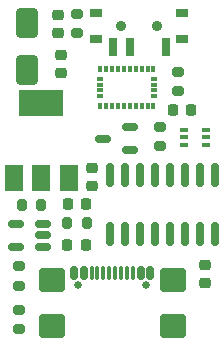
<source format=gbr>
%TF.GenerationSoftware,KiCad,Pcbnew,7.0.9-7.0.9~ubuntu22.04.1*%
%TF.CreationDate,2023-12-12T12:02:25+02:00*%
%TF.ProjectId,Haply_EE,4861706c-795f-4454-952e-6b696361645f,rev?*%
%TF.SameCoordinates,Original*%
%TF.FileFunction,Soldermask,Top*%
%TF.FilePolarity,Negative*%
%FSLAX46Y46*%
G04 Gerber Fmt 4.6, Leading zero omitted, Abs format (unit mm)*
G04 Created by KiCad (PCBNEW 7.0.9-7.0.9~ubuntu22.04.1) date 2023-12-12 12:02:25*
%MOMM*%
%LPD*%
G01*
G04 APERTURE LIST*
G04 Aperture macros list*
%AMRoundRect*
0 Rectangle with rounded corners*
0 $1 Rounding radius*
0 $2 $3 $4 $5 $6 $7 $8 $9 X,Y pos of 4 corners*
0 Add a 4 corners polygon primitive as box body*
4,1,4,$2,$3,$4,$5,$6,$7,$8,$9,$2,$3,0*
0 Add four circle primitives for the rounded corners*
1,1,$1+$1,$2,$3*
1,1,$1+$1,$4,$5*
1,1,$1+$1,$6,$7*
1,1,$1+$1,$8,$9*
0 Add four rect primitives between the rounded corners*
20,1,$1+$1,$2,$3,$4,$5,0*
20,1,$1+$1,$4,$5,$6,$7,0*
20,1,$1+$1,$6,$7,$8,$9,0*
20,1,$1+$1,$8,$9,$2,$3,0*%
G04 Aperture macros list end*
%ADD10RoundRect,0.200000X0.275000X-0.200000X0.275000X0.200000X-0.275000X0.200000X-0.275000X-0.200000X0*%
%ADD11RoundRect,0.200000X-0.200000X-0.275000X0.200000X-0.275000X0.200000X0.275000X-0.200000X0.275000X0*%
%ADD12RoundRect,0.225000X0.225000X0.250000X-0.225000X0.250000X-0.225000X-0.250000X0.225000X-0.250000X0*%
%ADD13C,0.650000*%
%ADD14RoundRect,0.150000X-0.150000X-0.425000X0.150000X-0.425000X0.150000X0.425000X-0.150000X0.425000X0*%
%ADD15RoundRect,0.075000X-0.075000X-0.500000X0.075000X-0.500000X0.075000X0.500000X-0.075000X0.500000X0*%
%ADD16RoundRect,0.250000X-0.840000X-0.750000X0.840000X-0.750000X0.840000X0.750000X-0.840000X0.750000X0*%
%ADD17RoundRect,0.218750X0.218750X0.256250X-0.218750X0.256250X-0.218750X-0.256250X0.218750X-0.256250X0*%
%ADD18RoundRect,0.225000X0.250000X-0.225000X0.250000X0.225000X-0.250000X0.225000X-0.250000X-0.225000X0*%
%ADD19RoundRect,0.200000X0.200000X0.275000X-0.200000X0.275000X-0.200000X-0.275000X0.200000X-0.275000X0*%
%ADD20RoundRect,0.200000X-0.275000X0.200000X-0.275000X-0.200000X0.275000X-0.200000X0.275000X0.200000X0*%
%ADD21R,1.500000X2.200000*%
%ADD22R,3.800000X2.200000*%
%ADD23RoundRect,0.225000X-0.225000X-0.250000X0.225000X-0.250000X0.225000X0.250000X-0.225000X0.250000X0*%
%ADD24R,0.650000X0.400000*%
%ADD25RoundRect,0.150000X0.512500X0.150000X-0.512500X0.150000X-0.512500X-0.150000X0.512500X-0.150000X0*%
%ADD26RoundRect,0.150000X0.150000X-0.825000X0.150000X0.825000X-0.150000X0.825000X-0.150000X-0.825000X0*%
%ADD27R,1.000000X0.800000*%
%ADD28C,0.900000*%
%ADD29R,0.700000X1.500000*%
%ADD30R,0.300000X0.500000*%
%ADD31R,0.500000X0.300000*%
%ADD32RoundRect,0.250000X0.650000X-1.000000X0.650000X1.000000X-0.650000X1.000000X-0.650000X-1.000000X0*%
G04 APERTURE END LIST*
D10*
%TO.C,R6*%
X123698000Y-122046000D03*
X123698000Y-120396000D03*
%TD*%
D11*
%TO.C,R4*%
X123952000Y-111506000D03*
X125602000Y-111506000D03*
%TD*%
D12*
%TO.C,C8*%
X138300000Y-103500000D03*
X136750000Y-103500000D03*
%TD*%
D13*
%TO.C,J2*%
X128712000Y-118356000D03*
X134492000Y-118356000D03*
D14*
X128402000Y-117281000D03*
X129202000Y-117281000D03*
D15*
X130352000Y-117281000D03*
X131352000Y-117281000D03*
X131852000Y-117281000D03*
X132852000Y-117281000D03*
D14*
X134002000Y-117281000D03*
X134802000Y-117281000D03*
X134802000Y-117281000D03*
X134002000Y-117281000D03*
D15*
X133352000Y-117281000D03*
X132352000Y-117281000D03*
X130852000Y-117281000D03*
X129852000Y-117281000D03*
D14*
X129202000Y-117281000D03*
X128402000Y-117281000D03*
D16*
X126492000Y-117856000D03*
X126492000Y-121786000D03*
X136712000Y-117856000D03*
X136712000Y-121786000D03*
%TD*%
D17*
%TO.C,D2*%
X129365000Y-114960000D03*
X127790000Y-114960000D03*
%TD*%
D18*
%TO.C,C5*%
X129900000Y-109950000D03*
X129900000Y-108400000D03*
%TD*%
D19*
%TO.C,R5*%
X129430000Y-113080000D03*
X127780000Y-113080000D03*
%TD*%
D10*
%TO.C,R7*%
X123698000Y-118364000D03*
X123698000Y-116714000D03*
%TD*%
%TO.C,R2*%
X128600000Y-97025000D03*
X128600000Y-95375000D03*
%TD*%
D20*
%TO.C,R1*%
X135636000Y-104902000D03*
X135636000Y-106552000D03*
%TD*%
%TO.C,R3*%
X137160000Y-100267000D03*
X137160000Y-101917000D03*
%TD*%
D21*
%TO.C,U2*%
X123300000Y-109250000D03*
X125600000Y-109250000D03*
X127900000Y-109250000D03*
D22*
X125600000Y-102950000D03*
%TD*%
D18*
%TO.C,C3*%
X127254000Y-100356000D03*
X127254000Y-98806000D03*
%TD*%
D23*
%TO.C,C2*%
X127870000Y-111490000D03*
X129420000Y-111490000D03*
%TD*%
D18*
%TO.C,C1*%
X139446000Y-118136000D03*
X139446000Y-116586000D03*
%TD*%
D24*
%TO.C,Q2*%
X137668000Y-105156000D03*
X137668000Y-105806000D03*
X137668000Y-106456000D03*
X139568000Y-106456000D03*
X139568000Y-105806000D03*
X139568000Y-105156000D03*
%TD*%
D25*
%TO.C,U3*%
X125730000Y-115062000D03*
X125730000Y-114112000D03*
X125730000Y-113162000D03*
X123455000Y-113162000D03*
X123455000Y-115062000D03*
%TD*%
D26*
%TO.C,U5*%
X131445000Y-113981000D03*
X132715000Y-113981000D03*
X133985000Y-113981000D03*
X135255000Y-113981000D03*
X136525000Y-113981000D03*
X137795000Y-113981000D03*
X139065000Y-113981000D03*
X140335000Y-113981000D03*
X140335000Y-109031000D03*
X139065000Y-109031000D03*
X137795000Y-109031000D03*
X136525000Y-109031000D03*
X135255000Y-109031000D03*
X133985000Y-109031000D03*
X132715000Y-109031000D03*
X131445000Y-109031000D03*
%TD*%
D27*
%TO.C,SW1*%
X137525000Y-97525000D03*
X137525000Y-95315000D03*
D28*
X135375000Y-96415000D03*
X132375000Y-96415000D03*
D27*
X130225000Y-97525000D03*
X130225000Y-95315000D03*
D29*
X136125000Y-98175000D03*
X133125000Y-98175000D03*
X131625000Y-98175000D03*
%TD*%
D30*
%TO.C,U1*%
X130592000Y-100037500D03*
D31*
X130579500Y-100850000D03*
X130579500Y-101350000D03*
X130579500Y-101850000D03*
X130579500Y-102350000D03*
D30*
X130592000Y-103162500D03*
X131092000Y-103162500D03*
X131592000Y-103162500D03*
X132092000Y-103162500D03*
X132592000Y-103162500D03*
X133092000Y-103162500D03*
X133592000Y-103162500D03*
X134092000Y-103162500D03*
X134592000Y-103162500D03*
X135092000Y-103162500D03*
D31*
X135104500Y-102350000D03*
X135104500Y-101850000D03*
X135104500Y-101350000D03*
X135104500Y-100850000D03*
D30*
X135092000Y-100037500D03*
X134592000Y-100037500D03*
X134092000Y-100037500D03*
X133592000Y-100037500D03*
X133092000Y-100037500D03*
X132592000Y-100037500D03*
X132092000Y-100037500D03*
X131592000Y-100037500D03*
X131092000Y-100037500D03*
%TD*%
D18*
%TO.C,C4*%
X127000000Y-96975000D03*
X127000000Y-95425000D03*
%TD*%
D32*
%TO.C,D1*%
X124380000Y-100097500D03*
X124380000Y-96097500D03*
%TD*%
D25*
%TO.C,Q1*%
X133085000Y-106868000D03*
X133085000Y-104968000D03*
X130810000Y-105918000D03*
%TD*%
M02*

</source>
